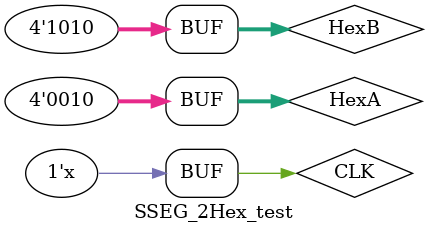
<source format=v>
`timescale 1ns / 1ps


module SSEG_2Hex_test;

	// Inputs
	reg [3:0] HexA;
	reg [3:0] HexB;
	reg CLK;

	// Outputs
	wire [6:0] SEG;
	wire dp;
	wire [3:0] AN;

	// Instantiate the Unit Under Test (UUT)
	SSEG_2Hex uut (
		.HexA(HexA), 
		.HexB(HexB), 
		.CLK(CLK), 
		.SEG(SEG), 
		.dp(dp), 
		.AN(AN)
	);

	initial begin
		// Initialize Inputs
		HexA = 2;
		HexB = 10;
		CLK = 0;

		// Wait 100 ns for global reset to finish
		#100;
        
		// Add stimulus here

	end
  
  always begin
    #100
    CLK = !CLK;
  end
  
endmodule


</source>
